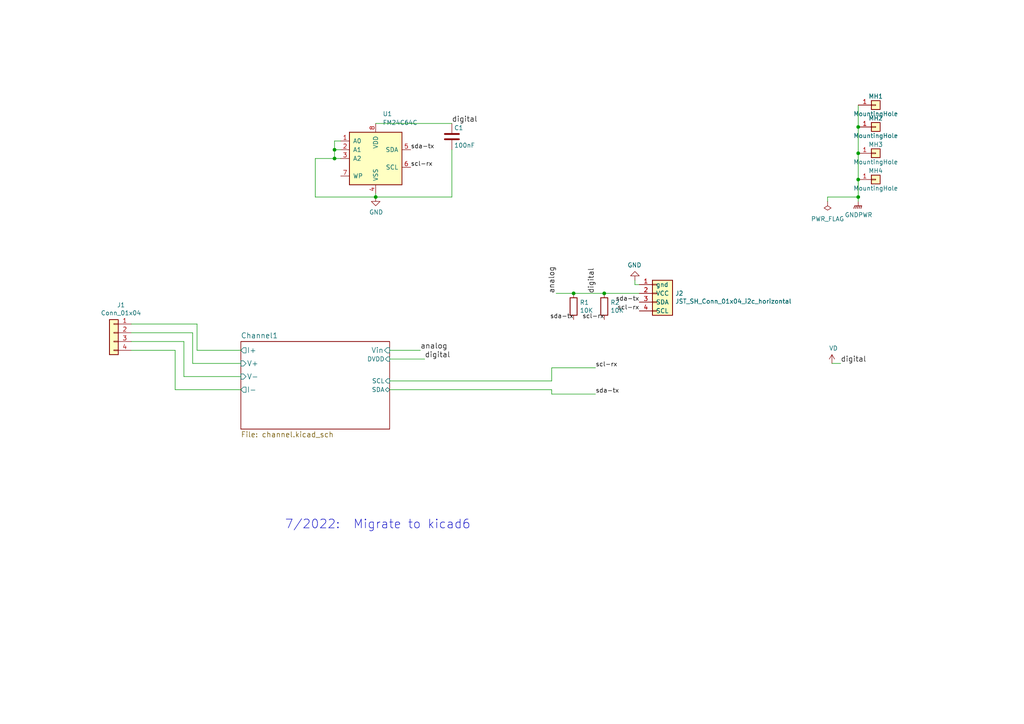
<source format=kicad_sch>
(kicad_sch (version 20211123) (generator eeschema)
  (paper "A4")
  (lib_symbols
    (symbol "0JLC-6:10K" (pin_numbers hide) (pin_names (offset 0))
      (property "Reference" "R" (at 2.032 0 90))
      (property "Value" "10K" (at 0 0 90))
      (symbol "10K_0_1"
        (rectangle (start -1.016 -2.54) (end 1.016 2.54) (stroke (width 0.254)))
      )
      (symbol "10K_1_1"
        (pin passive line (at 0 3.81 270) (length 1.27) (name "~") (number "1"))
        (pin passive line (at 0 -3.81 90) (length 1.27) (name "~") (number "2"))
      )
    )
    (symbol "0JLC-6:JST_SH_Conn_01x04_i2c_horizontal" (pin_names (offset 1.016))
      (property "Reference" "J" (at 0 5.08 0))
      (property "Value" "JST_SH_Conn_01x04_i2c_horizontal" (at 0 -7.62 0))
      (symbol "JST_SH_Conn_01x04_i2c_horizontal_1_1"
        (rectangle (start -1.27 -4.953) (end 0 -5.207) (stroke (width 0.1524)))
        (rectangle (start -1.27 -2.413) (end 0 -2.667) (stroke (width 0.1524)))
        (rectangle (start -1.27 0.127) (end 0 -0.127) (stroke (width 0.1524)))
        (rectangle (start -1.27 2.667) (end 0 2.413) (stroke (width 0.1524)))
        (rectangle (start -1.27 3.81) (end 4.572 -6.35) (stroke (width 0.254)) (fill (type background)))
        (pin passive line (at -5.08 2.54 0) (length 3.81) (name "gnd") (number "1"))
        (pin passive line (at -5.08 0 0) (length 3.81) (name "VCC") (number "2"))
        (pin passive line (at -5.08 -2.54 0) (length 3.81) (name "SDA") (number "3"))
        (pin passive line (at -5.08 -5.08 0) (length 3.81) (name "SCL") (number "4"))
      )
    )
    (symbol "Connector_Generic:Conn_01x04" (pin_names (offset 1.016) hide)
      (property "Reference" "J" (at 0 5.08 0))
      (property "Value" "Conn_01x04" (at 0 -7.62 0))
      (symbol "Conn_01x04_1_1"
        (rectangle (start -1.27 -4.953) (end 0 -5.207) (stroke (width 0.1524)))
        (rectangle (start -1.27 -2.413) (end 0 -2.667) (stroke (width 0.1524)))
        (rectangle (start -1.27 0.127) (end 0 -0.127) (stroke (width 0.1524)))
        (rectangle (start -1.27 2.667) (end 0 2.413) (stroke (width 0.1524)))
        (rectangle (start -1.27 3.81) (end 1.27 -6.35) (stroke (width 0.254)) (fill (type background)))
        (pin passive line (at -5.08 2.54 0) (length 3.81) (name "Pin_1") (number "1"))
        (pin passive line (at -5.08 0 0) (length 3.81) (name "Pin_2") (number "2"))
        (pin passive line (at -5.08 -2.54 0) (length 3.81) (name "Pin_3") (number "3"))
        (pin passive line (at -5.08 -5.08 0) (length 3.81) (name "Pin_4") (number "4"))
      )
    )
    (symbol "Device:C" (pin_numbers hide) (pin_names (offset 0.254))
      (property "Reference" "C" (at 0.635 2.54 0))
      (property "Value" "C" (at 0.635 -2.54 0))
      (symbol "C_0_1"
        (polyline (pts (xy -2.032 -0.762) (xy 2.032 -0.762)) (stroke (width 0.508)))
        (polyline (pts (xy -2.032 0.762) (xy 2.032 0.762)) (stroke (width 0.508)))
      )
      (symbol "C_1_1"
        (pin passive line (at 0 3.81 270) (length 2.794) (name "~") (number "1"))
        (pin passive line (at 0 -3.81 90) (length 2.794) (name "~") (number "2"))
      )
    )
    (symbol "MH:MountingHole" (pin_names (offset 1.016) hide)
      (property "Reference" "MH" (at 0 2.54 0))
      (property "Value" "MountingHole" (at 0 -2.54 0))
      (symbol "MountingHole_1_1"
        (rectangle (start -1.27 0.127) (end 0 -0.127) (stroke (width 0.1524)))
        (rectangle (start -1.27 1.27) (end 1.27 -1.27) (stroke (width 0.254)) (fill (type background)))
        (pin passive line (at -5.08 0 0) (length 3.81) (name "Pin_1") (number "1"))
      )
    )
    (symbol "Memory_NVRAM:FM24C64C" (pin_names (offset 1.016))
      (property "Reference" "U" (at -5.08 8.89 0))
      (property "Value" "FM24C64C" (at 6.35 -8.89 0))
      (symbol "FM24C64C_0_1"
        (rectangle (start -7.62 7.62) (end 7.62 -7.62) (stroke (width 0.254)) (fill (type background)))
      )
      (symbol "FM24C64C_1_1"
        (pin input line (at -10.16 5.08 0) (length 2.54) (name "A0") (number "1"))
        (pin input line (at -10.16 2.54 0) (length 2.54) (name "A1") (number "2"))
        (pin input line (at -10.16 0 0) (length 2.54) (name "A2") (number "3"))
        (pin power_in line (at 0 -10.16 90) (length 2.54) (name "VSS") (number "4"))
        (pin bidirectional line (at 10.16 2.54 180) (length 2.54) (name "SDA") (number "5"))
        (pin input line (at 10.16 -2.54 180) (length 2.54) (name "SCL") (number "6"))
        (pin input line (at -10.16 -5.08 0) (length 2.54) (name "WP") (number "7"))
        (pin power_in line (at 0 10.16 270) (length 2.54) (name "VDD") (number "8"))
      )
    )
    (symbol "power:GND" (power) (pin_names (offset 0))
      (property "Value" "GND" (at 0 -3.81 0))
      (symbol "GND_0_1"
        (polyline (pts (xy 0 0) (xy 0 -1.27) (xy 1.27 -1.27) (xy 0 -2.54) (xy -1.27 -1.27) (xy 0 -1.27)))
      )
      (symbol "GND_1_1"
        (pin power_in line (at 0 0 270) (length 0) hide (name "GND") (number "1"))
      )
    )
    (symbol "power:GNDPWR" (power) (pin_names (offset 0))
      (property "Value" "GNDPWR" (at 0 -3.302 0))
      (symbol "GNDPWR_0_1"
        (polyline (pts (xy 0 -1.27) (xy 0 0)))
        (polyline (pts (xy -1.016 -1.27) (xy -1.27 -2.032) (xy -1.27 -2.032)) (stroke (width 0.2032)))
        (polyline (pts (xy -0.508 -1.27) (xy -0.762 -2.032) (xy -0.762 -2.032)) (stroke (width 0.2032)))
        (polyline (pts (xy 0 -1.27) (xy -0.254 -2.032) (xy -0.254 -2.032)) (stroke (width 0.2032)))
        (polyline (pts (xy 0.508 -1.27) (xy 0.254 -2.032) (xy 0.254 -2.032)) (stroke (width 0.2032)))
        (polyline (pts (xy 1.016 -1.27) (xy -1.016 -1.27) (xy -1.016 -1.27)) (stroke (width 0.2032)))
        (polyline (pts (xy 1.016 -1.27) (xy 0.762 -2.032) (xy 0.762 -2.032) (xy 0.762 -2.032)) (stroke (width 0.2032)))
      )
      (symbol "GNDPWR_1_1"
        (pin power_in line (at 0 0 270) (length 0) hide (name "GNDPWR") (number "1"))
      )
    )
    (symbol "power:PWR_FLAG" (power) (pin_numbers hide) (pin_names (offset 0) hide)
      (property "Value" "PWR_FLAG" (at 0 3.81 0))
      (symbol "PWR_FLAG_0_0"
        (pin power_out line (at 0 0 90) (length 0) (name "pwr") (number "1"))
      )
      (symbol "PWR_FLAG_0_1"
        (polyline (pts (xy 0 0) (xy 0 1.27) (xy -1.016 1.905) (xy 0 2.54) (xy 1.016 1.905) (xy 0 1.27)))
      )
    )
    (symbol "power:VD" (power) (pin_names (offset 0))
      (property "Value" "VD" (at 0 3.81 0))
      (symbol "VD_0_1"
        (polyline (pts (xy -0.762 1.27) (xy 0 2.54)))
        (polyline (pts (xy 0 0) (xy 0 2.54)))
        (polyline (pts (xy 0 2.54) (xy 0.762 1.27)))
      )
      (symbol "VD_1_1"
        (pin power_in line (at 0 0 90) (length 0) hide (name "VD") (number "1"))
      )
    )
  )
  (junction (at 108.966 57.15))
  (junction (at 97.028 45.974))
  (junction (at 175.26 85.09))
  (junction (at 248.92 52.07))
  (junction (at 248.92 36.83))
  (junction (at 166.37 85.09))
  (junction (at 97.028 43.434))
  (junction (at 248.92 44.45))
  (junction (at 248.92 57.15))
  (wire (pts (xy 109.22 57.15) (xy 131.064 57.15)))
  (wire (pts (xy 113.03 113.03) (xy 160.02 113.03)))
  (wire (pts (xy 160.02 110.49) (xy 160.02 106.68)))
  (wire (pts (xy 248.92 57.15) (xy 248.92 58.42)))
  (wire (pts (xy 131.064 43.434) (xy 131.064 57.15)))
  (wire (pts (xy 108.966 56.134) (xy 108.966 57.15)))
  (wire (pts (xy 241.3 105.41) (xy 243.84 105.41)))
  (wire (pts (xy 57.15 93.98) (xy 57.15 101.6)))
  (wire (pts (xy 121.92 101.6) (xy 113.03 101.6)))
  (wire (pts (xy 53.34 99.06) (xy 53.34 109.22)))
  (wire (pts (xy 91.44 45.974) (xy 97.028 45.974)))
  (wire (pts (xy 184.15 82.55) (xy 184.15 81.28)))
  (wire (pts (xy 55.88 105.41) (xy 69.85 105.41)))
  (wire (pts (xy 98.806 45.974) (xy 97.028 45.974)))
  (wire (pts (xy 55.88 105.41) (xy 55.88 96.52)))
  (wire (pts (xy 97.028 43.434) (xy 97.028 40.894)))
  (wire (pts (xy 113.03 104.14) (xy 123.19 104.14)))
  (wire (pts (xy 55.88 96.52) (xy 38.1 96.52)))
  (wire (pts (xy 175.26 85.09) (xy 185.42 85.09)))
  (wire (pts (xy 38.1 101.6) (xy 50.8 101.6)))
  (wire (pts (xy 97.028 40.894) (xy 98.806 40.894)))
  (wire (pts (xy 240.03 58.42) (xy 240.03 57.15)))
  (wire (pts (xy 50.8 113.03) (xy 50.8 101.6)))
  (wire (pts (xy 69.85 113.03) (xy 50.8 113.03)))
  (wire (pts (xy 91.44 57.15) (xy 91.44 45.974)))
  (wire (pts (xy 166.37 85.09) (xy 175.26 85.09)))
  (wire (pts (xy 53.34 109.22) (xy 69.85 109.22)))
  (wire (pts (xy 185.42 82.55) (xy 184.15 82.55)))
  (wire (pts (xy 160.02 113.03) (xy 160.02 114.3)))
  (wire (pts (xy 248.92 44.45) (xy 248.92 52.07)))
  (wire (pts (xy 108.966 57.15) (xy 91.44 57.15)))
  (wire (pts (xy 161.29 85.09) (xy 166.37 85.09)))
  (wire (pts (xy 248.92 36.83) (xy 248.92 44.45)))
  (wire (pts (xy 108.966 35.814) (xy 131.064 35.814)))
  (wire (pts (xy 57.15 101.6) (xy 69.85 101.6)))
  (wire (pts (xy 240.03 57.15) (xy 248.92 57.15)))
  (wire (pts (xy 97.028 45.974) (xy 97.028 43.434)))
  (wire (pts (xy 38.1 93.98) (xy 57.15 93.98)))
  (wire (pts (xy 160.02 106.68) (xy 172.72 106.68)))
  (wire (pts (xy 97.028 43.434) (xy 98.806 43.434)))
  (wire (pts (xy 160.02 114.3) (xy 172.72 114.3)))
  (wire (pts (xy 248.92 30.48) (xy 248.92 36.83)))
  (wire (pts (xy 113.03 110.49) (xy 160.02 110.49)))
  (wire (pts (xy 248.92 52.07) (xy 248.92 57.15)))
  (wire (pts (xy 38.1 99.06) (xy 53.34 99.06)))
  (text "7/2022:  Migrate to kicad6" (at 82.55 153.67 0) (effects (font (size 2.54 2.54)) (justify left bottom)))
  (label "sda-tx" (at 172.72 114.3 0))
  (label "analog" (at 121.92 101.6 0) (effects (font (size 1.524 1.524))))
  (label "scl-rx" (at 185.42 90.17 180))
  (label "sda-tx" (at 119.126 43.434 0))
  (label "digital" (at 243.84 105.41 0) (effects (font (size 1.524 1.524))))
  (label "scl-rx" (at 172.72 106.68 0))
  (label "analog" (at 161.29 85.09 90) (effects (font (size 1.524 1.524))))
  (label "scl-rx" (at 119.126 48.514 0))
  (label "digital" (at 172.72 85.09 90) (effects (font (size 1.524 1.524))))
  (label "digital" (at 123.19 104.14 0) (effects (font (size 1.524 1.524))))
  (label "sda-tx" (at 166.37 92.71 180))
  (label "sda-tx" (at 185.42 87.63 180))
  (label "scl-rx" (at 175.26 92.71 180))
  (label "digital" (at 131.064 35.814 0) (effects (font (size 1.524 1.524))))
  (symbol (lib_id "MH:MountingHole") (at 254 30.48 0) (unit 1)
    (property "Reference" "MH1" (at 254 27.94 0))
    (property "Value" "MountingHole" (at 254 33.02 0))
    (property "Footprint" "MountingHole:MountingHole_2.2mm_M2_Pad_Via" (effects hide))
    (property "MFR" "-" (effects hide))
    (property "MPN" "-" (effects hide))
    (property "SPN" "-" (effects hide))
    (property "SPR" "-" (effects hide))
    (property "SPURL" "-" (effects hide))
  )
  (symbol (lib_id "MH:MountingHole") (at 254 36.83 0) (unit 1)
    (property "Reference" "MH2" (at 254 34.29 0))
    (property "Value" "MountingHole" (at 254 39.37 0))
    (property "Footprint" "MountingHole:MountingHole_2.2mm_M2_Pad_Via" (effects hide))
    (property "MFR" "-" (effects hide))
    (property "MPN" "-" (effects hide))
    (property "SPN" "-" (effects hide))
    (property "SPR" "-" (effects hide))
    (property "SPURL" "-" (effects hide))
  )
  (symbol (lib_id "MH:MountingHole") (at 254 44.45 0) (unit 1)
    (property "Reference" "MH3" (at 254 41.91 0))
    (property "Value" "MountingHole" (at 254 46.99 0))
    (property "Footprint" "MountingHole:MountingHole_2.2mm_M2_Pad_Via" (effects hide))
    (property "MFR" "-" (effects hide))
    (property "MPN" "-" (effects hide))
    (property "SPN" "-" (effects hide))
    (property "SPR" "-" (effects hide))
    (property "SPURL" "-" (effects hide))
  )
  (symbol (lib_id "MH:MountingHole") (at 254 52.07 0) (unit 1)
    (property "Reference" "MH4" (at 254 49.53 0))
    (property "Value" "MountingHole" (at 254 54.61 0))
    (property "Footprint" "MountingHole:MountingHole_2.2mm_M2_Pad_Via" (effects hide))
    (property "MFR" "-" (effects hide))
    (property "MPN" "-" (effects hide))
    (property "SPN" "-" (effects hide))
    (property "SPR" "-" (effects hide))
    (property "SPURL" "-" (effects hide))
  )
  (symbol (lib_id "power:VD") (at 241.3 105.41 0) (unit 1)
    (property "Reference" "#PWR03" (effects hide))
    (property "Value" "VD" (at 241.7318 101.0158 0))
  )
  (symbol (lib_id "0JLC-6:10K") (at 166.37 88.9 0) (unit 1)
    (property "Reference" "R1" (at 168.148 87.7316 0) (effects (justify left)))
    (property "Value" "10K" (at 168.148 90.043 0) (effects (justify left)))
    (property "Footprint" "Resistor_SMD:R_0603_1608Metric_Pad1.05x0.95mm_HandSolder" (effects hide))
    (property "LCSC" "C25804" (effects hide))
    (property "MPN" "0603WAF1002T5E" (effects hide))
  )
  (symbol (lib_id "0JLC-6:10K") (at 175.26 88.9 0) (unit 1)
    (property "Reference" "R2" (at 177.038 87.7316 0) (effects (justify left)))
    (property "Value" "10K" (at 177.038 90.043 0) (effects (justify left)))
    (property "Footprint" "Resistor_SMD:R_0603_1608Metric_Pad1.05x0.95mm_HandSolder" (effects hide))
    (property "LCSC" "C25804" (effects hide))
    (property "MPN" "0603WAF1002T5E" (effects hide))
  )
  (symbol (lib_id "power:GNDPWR") (at 248.92 58.42 0) (unit 1)
    (property "Reference" "#PWR04" (effects hide))
    (property "Value" "GNDPWR" (at 249.0216 62.3316 0))
  )
  (symbol (lib_id "0JLC-6:JST_SH_Conn_01x04_i2c_horizontal") (at 190.5 85.09 0) (unit 1)
    (property "Reference" "J2" (at 195.834 85.09 0) (effects (justify left)))
    (property "Value" "JST_SH_Conn_01x04_i2c_horizontal" (at 195.834 87.4014 0) (effects (justify left)))
    (property "Footprint" "Connector_JST:JST_SH_SM04B-SRSS-TB_1x04-1MP_P1.00mm_Horizontal" (effects hide))
    (property "LCSC" "C371571" (effects hide))
    (property "MPN" "A1001WR-S" (effects hide))
  )
  (symbol (lib_id "power:GND") (at 184.15 81.28 180) (unit 1)
    (property "Reference" "#PWR02" (effects hide))
    (property "Value" "GND" (at 184.023 76.8858 0))
  )
  (symbol (lib_id "Connector_Generic:Conn_01x04") (at 33.02 96.52 0) (mirror y) (unit 1)
    (property "Reference" "J1" (at 35.1028 88.4682 0))
    (property "Value" "Conn_01x04" (at 35.1028 90.7796 0))
    (property "Footprint" "Connector_JST:JST_SH_SM04B-SRSS-TB_1x04-1MP_P1.00mm_Horizontal" (effects hide))
    (property "LCSC" "C371571" (effects hide))
    (property "MPN" "A1001WR-S-04PD01" (effects hide))
  )
  (symbol (lib_id "Device:C") (at 131.064 39.624 0) (unit 1)
    (property "Reference" "C1" (at 131.699 37.084 0) (effects (justify left)))
    (property "Value" "100nF" (at 131.699 42.164 0) (effects (justify left)))
    (property "Footprint" "Capacitor_SMD:C_0402_1005Metric" (effects hide))
    (property "Datasheet" "CC0603KRX7R9BB104" (effects hide))
    (property "MPN" "CL05B104KO5NNNC" (effects hide))
    (property "SPURL" "-" (effects hide))
    (property "MFR" "Samsung" (effects hide))
    (property "LCSC" "C1525" (effects hide))
  )
  (symbol (lib_id "power:PWR_FLAG") (at 240.03 58.42 180) (unit 1)
    (property "Reference" "#FLG01" (effects hide))
    (property "Value" "PWR_FLAG" (at 240.03 63.5 0))
  )
  (symbol (lib_id "Memory_NVRAM:FM24C64C") (at 108.966 45.974 0) (unit 1)
    (property "Reference" "U1" (at 110.9854 33.02 0) (effects (justify left)))
    (property "Value" "FM24C64C" (at 110.9854 35.56 0) (effects (justify left)))
    (property "Footprint" "Package_SO:SOIC-8_3.9x4.9mm_P1.27mm" (effects hide))
    (property "Datasheet" "http://www.cypress.com/file/41651/download" (effects hide))
  )
  (symbol (lib_id "power:GND") (at 108.966 57.15 0) (unit 1)
    (property "Reference" "#PWR01" (effects hide))
    (property "Value" "GND" (at 109.093 61.5442 0))
  )
  (sheet (at 69.85 99.06) (size 43.18 25.4)
    (property "Sheet name" "Channel1" (at 69.85 98.2214 0) (effects (font (size 1.524 1.524)) (justify left bottom)))
    (property "Sheet file" "channel.kicad_sch" (at 69.85 125.1462 0) (effects (font (size 1.524 1.524)) (justify left top)))
    (pin "Vin" input (at 113.03 101.6 0) (effects (font (size 1.524 1.524))))
    (pin "I+" output (at 69.85 101.6 180) (effects (font (size 1.524 1.524))))
    (pin "V+" input (at 69.85 105.41 180) (effects (font (size 1.524 1.524))))
    (pin "V-" input (at 69.85 109.22 180) (effects (font (size 1.524 1.524))))
    (pin "I-" output (at 69.85 113.03 180) (effects (font (size 1.524 1.524))))
    (pin "SCL" input (at 113.03 110.49 0))
    (pin "SDA" bidirectional (at 113.03 113.03 0))
    (pin "DVDD" input (at 113.03 104.14 0))
  )
)
</source>
